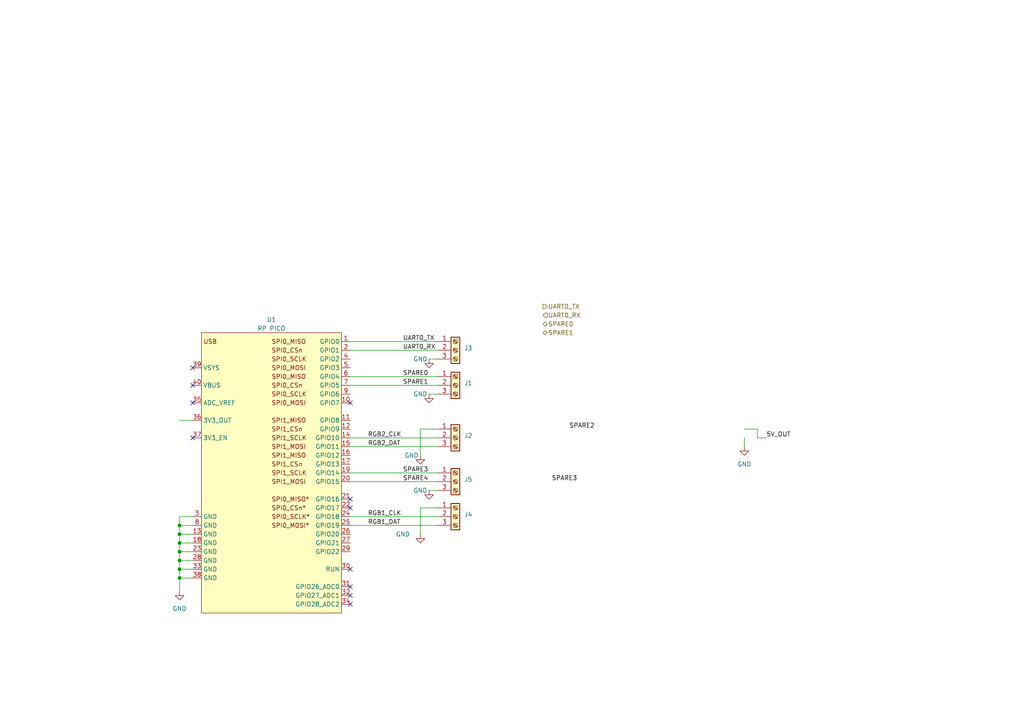
<source format=kicad_sch>
(kicad_sch (version 20230121) (generator eeschema)
  (paper "A4")
  (lib_symbols
    (symbol "Connector:Screw_Terminal_01x03" (pin_names (offset 1.016) hide)
      (property "Reference" "J" (at 0 5.08 0))
      (property "Value" "Screw_Terminal_01x03" (at 0 -5.08 0))
      (symbol "Screw_Terminal_01x03_1_1"
        (rectangle (start -1.27 3.81) (end 1.27 -3.81) (stroke (width 0.254)) (fill (type background)))
        (circle (center 0 -2.54) (radius 0.635) (stroke (width 0.1524)))
        (polyline (pts (xy -0.5334 -2.2098) (xy 0.3302 -3.048)) (stroke (width 0.1524)))
        (polyline (pts (xy -0.5334 0.3302) (xy 0.3302 -0.508)) (stroke (width 0.1524)))
        (polyline (pts (xy -0.5334 2.8702) (xy 0.3302 2.032)) (stroke (width 0.1524)))
        (polyline (pts (xy -0.3556 -2.032) (xy 0.508 -2.8702)) (stroke (width 0.1524)))
        (polyline (pts (xy -0.3556 0.508) (xy 0.508 -0.3302)) (stroke (width 0.1524)))
        (polyline (pts (xy -0.3556 3.048) (xy 0.508 2.2098)) (stroke (width 0.1524)))
        (circle (center 0 0) (radius 0.635) (stroke (width 0.1524)))
        (circle (center 0 2.54) (radius 0.635) (stroke (width 0.1524)))
        (pin passive line (at -5.08 2.54 0) (length 3.81) (name "Pin_1") (number "1"))
        (pin passive line (at -5.08 0 0) (length 3.81) (name "Pin_2") (number "2"))
        (pin passive line (at -5.08 -2.54 0) (length 3.81) (name "Pin_3") (number "3"))
      )
    )
    (symbol "power:GND" (power) (pin_names (offset 0))
      (property "Value" "GND" (at 0 -3.81 0))
      (symbol "GND_0_1"
        (polyline (pts (xy 0 0) (xy 0 -1.27) (xy 1.27 -1.27) (xy 0 -2.54) (xy -1.27 -1.27) (xy 0 -1.27)))
      )
      (symbol "GND_1_1"
        (pin power_in line (at 0 0 270) (length 0) hide (name "GND") (number "1"))
      )
    )
    (symbol "vomit_light:pi_pico"
      (property "Reference" "U" (at 17.78 -43.18 0))
      (property "Value" "RP PICO" (at -15.24 -43.18 0))
      (symbol "pi_pico_0_0"
        (pin unspecified line (at 22.86 20.32 180) (length 2.54) (name "GPIO7") (number "10"))
        (pin unspecified line (at 22.86 15.24 180) (length 2.54) (name "GPIO8") (number "11"))
        (pin unspecified line (at 22.86 12.7 180) (length 2.54) (name "GPIO9") (number "12"))
        (pin passive line (at -22.86 -17.78 0) (length 2.54) (name "GND") (number "13"))
        (pin unspecified line (at 22.86 10.16 180) (length 2.54) (name "GPIO10") (number "14"))
        (pin unspecified line (at 22.86 7.62 180) (length 2.54) (name "GPIO11") (number "15"))
        (pin unspecified line (at 22.86 5.08 180) (length 2.54) (name "GPIO12") (number "16"))
        (pin unspecified line (at 22.86 2.54 180) (length 2.54) (name "GPIO13") (number "17"))
        (pin passive line (at -22.86 -20.32 0) (length 2.54) (name "GND") (number "18"))
        (pin unspecified line (at 22.86 0 180) (length 2.54) (name "GPIO14") (number "19"))
        (pin unspecified line (at 22.86 35.56 180) (length 2.54) (name "GPIO1") (number "2"))
        (pin unspecified line (at 22.86 -2.54 180) (length 2.54) (name "GPIO15") (number "20"))
        (pin unspecified line (at 22.86 -7.62 180) (length 2.54) (name "GPIO16") (number "21"))
        (pin unspecified line (at 22.86 -10.16 180) (length 2.54) (name "GPIO17") (number "22"))
        (pin passive line (at -22.86 -22.86 0) (length 2.54) (name "GND") (number "23"))
        (pin unspecified line (at 22.86 -12.7 180) (length 2.54) (name "GPIO18") (number "24"))
        (pin unspecified line (at 22.86 -15.24 180) (length 2.54) (name "GPIO19") (number "25"))
        (pin unspecified line (at 22.86 -17.78 180) (length 2.54) (name "GPIO20") (number "26"))
        (pin unspecified line (at 22.86 -20.32 180) (length 2.54) (name "GPIO21") (number "27"))
        (pin passive line (at -22.86 -25.4 0) (length 2.54) (name "GND") (number "28"))
        (pin unspecified line (at 22.86 -22.86 180) (length 2.54) (name "GPIO22") (number "29"))
        (pin passive line (at -22.86 -12.7 0) (length 2.54) (name "GND") (number "3"))
        (pin unspecified line (at 22.86 -27.94 180) (length 2.54) (name "RUN") (number "30"))
        (pin passive line (at -22.86 -27.94 0) (length 2.54) (name "GND") (number "33"))
        (pin unspecified line (at -22.86 10.16 0) (length 2.54) (name "3V3_EN") (number "37"))
        (pin passive line (at -22.86 -30.48 0) (length 2.54) (name "GND") (number "38"))
        (pin unspecified line (at 22.86 33.02 180) (length 2.54) (name "GPIO2") (number "4"))
        (pin unspecified line (at 22.86 30.48 180) (length 2.54) (name "GPIO3") (number "5"))
        (pin unspecified line (at 22.86 27.94 180) (length 2.54) (name "GPIO4") (number "6"))
        (pin unspecified line (at 22.86 25.4 180) (length 2.54) (name "GPIO5") (number "7"))
        (pin passive line (at -22.86 -15.24 0) (length 2.54) (name "GND") (number "8"))
        (pin unspecified line (at 22.86 22.86 180) (length 2.54) (name "GPIO6") (number "9"))
      )
      (symbol "pi_pico_1_0"
        (pin unspecified line (at 22.86 38.1 180) (length 2.54) (name "GPIO0") (number "1"))
        (pin unspecified line (at 22.86 -33.02 180) (length 2.54) (name "GPIO26_ADC0") (number "31"))
        (pin unspecified line (at 22.86 -35.56 180) (length 2.54) (name "GPIO27_ADC1") (number "32"))
        (pin unspecified line (at 22.86 -38.1 180) (length 2.54) (name "GPIO28_ADC2") (number "34"))
        (pin input line (at -22.86 20.32 0) (length 2.54) (name "ADC_VREF") (number "35"))
        (pin power_out line (at -22.86 15.24 0) (length 2.54) (name "3V3_OUT") (number "36"))
        (pin power_in line (at -22.86 30.48 0) (length 2.54) (name "VSYS") (number "39"))
        (pin power_out line (at -22.86 25.4 0) (length 2.54) (name "VBUS") (number "40"))
      )
      (symbol "pi_pico_1_1"
        (rectangle (start -20.32 40.64) (end 20.32 -40.64) (fill (type background)))
        (text "SPI0_CSn" (at 0 25.4 0) (effects (font (size 1.27 1.27)) (justify left)))
        (text "SPI0_CSn" (at 0 35.56 0) (effects (font (size 1.27 1.27)) (justify left)))
        (text "SPI0_CSn*" (at 0 -10.16 0) (effects (font (size 1.27 1.27)) (justify left)))
        (text "SPI0_MISO" (at 0 27.94 0) (effects (font (size 1.27 1.27)) (justify left)))
        (text "SPI0_MISO" (at 0 38.1 0) (effects (font (size 1.27 1.27)) (justify left)))
        (text "SPI0_MISO*" (at 0 -7.62 0) (effects (font (size 1.27 1.27)) (justify left)))
        (text "SPI0_MOSI" (at 0 20.32 0) (effects (font (size 1.27 1.27)) (justify left)))
        (text "SPI0_MOSI" (at 0 30.48 0) (effects (font (size 1.27 1.27)) (justify left)))
        (text "SPI0_MOSI*" (at 0 -15.24 0) (effects (font (size 1.27 1.27)) (justify left)))
        (text "SPI0_SCLK" (at 0 22.86 0) (effects (font (size 1.27 1.27)) (justify left)))
        (text "SPI0_SCLK" (at 0 33.02 0) (effects (font (size 1.27 1.27)) (justify left)))
        (text "SPI0_SCLK*" (at 0 -12.7 0) (effects (font (size 1.27 1.27)) (justify left)))
        (text "SPI1_CSn" (at 0 2.54 0) (effects (font (size 1.27 1.27)) (justify left)))
        (text "SPI1_CSn" (at 0 12.7 0) (effects (font (size 1.27 1.27)) (justify left)))
        (text "SPI1_MISO" (at 0 5.08 0) (effects (font (size 1.27 1.27)) (justify left)))
        (text "SPI1_MISO" (at 0 15.24 0) (effects (font (size 1.27 1.27)) (justify left)))
        (text "SPI1_MOSI" (at 0 -2.54 0) (effects (font (size 1.27 1.27)) (justify left)))
        (text "SPI1_MOSI" (at 0 7.62 0) (effects (font (size 1.27 1.27)) (justify left)))
        (text "SPI1_SCLK" (at 0 0 0) (effects (font (size 1.27 1.27)) (justify left)))
        (text "SPI1_SCLK" (at 0 10.16 0) (effects (font (size 1.27 1.27)) (justify left)))
        (text "USB" (at -17.78 38.1 0) (effects (font (size 1.27 1.27))))
      )
    )
  )
  (junction (at 52.07 160.02))
  (junction (at 52.07 167.64))
  (junction (at 52.07 165.1))
  (junction (at 52.07 152.4))
  (junction (at 52.07 162.56))
  (junction (at 52.07 157.48))
  (junction (at 52.07 154.94))
  (no_connect (at 55.88 116.84))
  (no_connect (at 101.6 147.32))
  (no_connect (at 101.6 170.18))
  (no_connect (at 55.88 127))
  (no_connect (at 55.88 111.76))
  (no_connect (at 101.6 165.1))
  (no_connect (at 101.6 175.26))
  (no_connect (at 101.6 116.84))
  (no_connect (at 101.6 172.72))
  (no_connect (at 55.88 106.68))
  (no_connect (at 101.6 144.78))
  (wire (pts (xy 52.07 121.92) (xy 55.88 121.92)))
  (wire (pts (xy 127 104.14) (xy 124.46 104.14)))
  (wire (pts (xy 52.07 160.02) (xy 55.88 160.02)))
  (wire (pts (xy 55.88 149.86) (xy 52.07 149.86)))
  (wire (pts (xy 52.07 165.1) (xy 52.07 167.64)))
  (wire (pts (xy 101.6 127) (xy 127 127)))
  (wire (pts (xy 52.07 162.56) (xy 55.88 162.56)))
  (wire (pts (xy 124.46 142.24) (xy 127 142.24)))
  (wire (pts (xy 121.92 124.46) (xy 127 124.46)))
  (wire (pts (xy 101.6 109.22) (xy 127 109.22)))
  (wire (pts (xy 52.07 162.56) (xy 52.07 165.1)))
  (wire (pts (xy 52.07 160.02) (xy 52.07 162.56)))
  (wire (pts (xy 101.6 99.06) (xy 127 99.06)))
  (wire (pts (xy 52.07 165.1) (xy 55.88 165.1)))
  (wire (pts (xy 52.07 152.4) (xy 52.07 154.94)))
  (wire (pts (xy 101.6 111.76) (xy 127 111.76)))
  (wire (pts (xy 101.6 137.16) (xy 127 137.16)))
  (wire (pts (xy 121.92 132.08) (xy 121.92 124.46)))
  (wire (pts (xy 215.9 129.54) (xy 215.9 127)))
  (wire (pts (xy 55.88 167.64) (xy 52.07 167.64)))
  (wire (pts (xy 121.92 147.32) (xy 127 147.32)))
  (wire (pts (xy 219.71 127) (xy 219.71 124.46)))
  (wire (pts (xy 52.07 157.48) (xy 55.88 157.48)))
  (wire (pts (xy 52.07 152.4) (xy 55.88 152.4)))
  (wire (pts (xy 52.07 157.48) (xy 52.07 160.02)))
  (wire (pts (xy 101.6 149.86) (xy 127 149.86)))
  (wire (pts (xy 52.07 149.86) (xy 52.07 152.4)))
  (wire (pts (xy 101.6 139.7) (xy 127 139.7)))
  (wire (pts (xy 124.46 114.3) (xy 127 114.3)))
  (wire (pts (xy 101.6 129.54) (xy 127 129.54)))
  (wire (pts (xy 52.07 154.94) (xy 52.07 157.48)))
  (wire (pts (xy 101.6 152.4) (xy 127 152.4)))
  (wire (pts (xy 52.07 167.64) (xy 52.07 171.45)))
  (wire (pts (xy 101.6 101.6) (xy 127 101.6)))
  (wire (pts (xy 121.92 154.94) (xy 121.92 147.32)))
  (wire (pts (xy 222.25 127) (xy 219.71 127)))
  (wire (pts (xy 215.9 124.46) (xy 219.71 124.46)))
  (wire (pts (xy 52.07 154.94) (xy 55.88 154.94)))
  (label "SPARE2" (at 165.1 124.46 0))
  (label "UART0_RX" (at 116.84 101.6 0))
  (label "SPARE0" (at 116.84 109.22 0))
  (label "SPARE3" (at 160.02 139.7 0))
  (label "SPARE1" (at 116.84 111.76 0))
  (label "RGB2_DAT" (at 106.68 129.54 0))
  (label "5V_OUT" (at 222.25 127 0))
  (label "SPARE3" (at 116.84 137.16 0))
  (label "RGB1_DAT" (at 106.68 152.4 0))
  (label "RGB1_CLK" (at 106.68 149.86 0))
  (label "SPARE4" (at 116.84 139.7 0))
  (label "UART0_TX" (at 116.84 99.06 0))
  (label "RGB2_CLK" (at 106.68 127 0))
  (hierarchical_label "SPARE1" (shape bidirectional) (at 157.48 96.52 0))
  (hierarchical_label "SPARE0" (shape bidirectional) (at 157.48 93.98 0))
  (hierarchical_label "UART0_RX" (shape input) (at 157.48 91.44 0))
  (hierarchical_label "UART0_TX" (shape output) (at 157.48 88.9 0))
  (symbol (lib_id "power:GND") (at 52.07 171.45 0) (unit 1)
    (property "Reference" "#PWR023" (effects hide))
    (property "Value" "GND" (at 52.07 176.53 0))
  )
  (symbol (lib_id "Connector:Screw_Terminal_01x03") (at 132.08 111.76 0) (unit 1)
    (property "Reference" "J1" (at 134.62 111.125 0) (effects (justify left)))
    (property "Value" "Screw_Terminal_01x03" (effects hide))
  )
  (symbol (lib_id "power:GND") (at 121.92 132.08 0) (unit 1)
    (property "Reference" "#PWR02" (effects hide))
    (property "Value" "GND" (at 119.38 132.08 0))
  )
  (symbol (lib_id "Connector:Screw_Terminal_01x03") (at 132.08 101.6 0) (unit 1)
    (property "Reference" "J3" (at 134.62 100.965 0) (effects (justify left)))
    (property "Value" "Screw_Terminal_01x03" (effects hide))
  )
  (symbol (lib_id "vomit_light:pi_pico") (at 78.74 137.16 0) (unit 1)
    (property "Reference" "U1" (at 78.74 92.71 0))
    (property "Value" "RP PICO" (at 78.74 95.25 0))
  )
  (symbol (lib_id "Connector:Screw_Terminal_01x03") (at 132.08 139.7 0) (unit 1)
    (property "Reference" "J5" (at 134.62 139.065 0) (effects (justify left)))
    (property "Value" "Screw_Terminal_01x03" (effects hide))
  )
  (symbol (lib_id "Connector:Screw_Terminal_01x03") (at 132.08 149.86 0) (unit 1)
    (property "Reference" "J4" (at 134.62 149.225 0) (effects (justify left)))
    (property "Value" "Screw_Terminal_01x03" (effects hide))
  )
  (symbol (lib_id "power:GND") (at 124.46 142.24 0) (unit 1)
    (property "Reference" "#PWR05" (effects hide))
    (property "Value" "GND" (at 121.92 142.24 0))
  )
  (symbol (lib_id "power:GND") (at 124.46 114.3 0) (unit 1)
    (property "Reference" "#PWR03" (effects hide))
    (property "Value" "GND" (at 121.92 114.3 0))
  )
  (symbol (lib_id "power:GND") (at 124.46 104.14 0) (unit 1)
    (property "Reference" "#PWR01" (effects hide))
    (property "Value" "GND" (at 121.92 104.14 0))
  )
  (symbol (lib_id "Connector:Screw_Terminal_01x03") (at 132.08 127 0) (unit 1)
    (property "Reference" "J2" (at 134.62 126.365 0) (effects (justify left)))
    (property "Value" "Screw_Terminal_01x03" (effects hide))
  )
  (symbol (lib_id "power:GND") (at 215.9 129.54 0) (unit 1)
    (property "Reference" "#PWR021" (effects hide))
    (property "Value" "GND" (at 215.9 134.62 0))
  )
  (symbol (lib_id "power:GND") (at 121.92 154.94 0) (unit 1)
    (property "Reference" "#PWR04" (effects hide))
    (property "Value" "GND" (at 116.84 154.94 0))
  )
)
</source>
